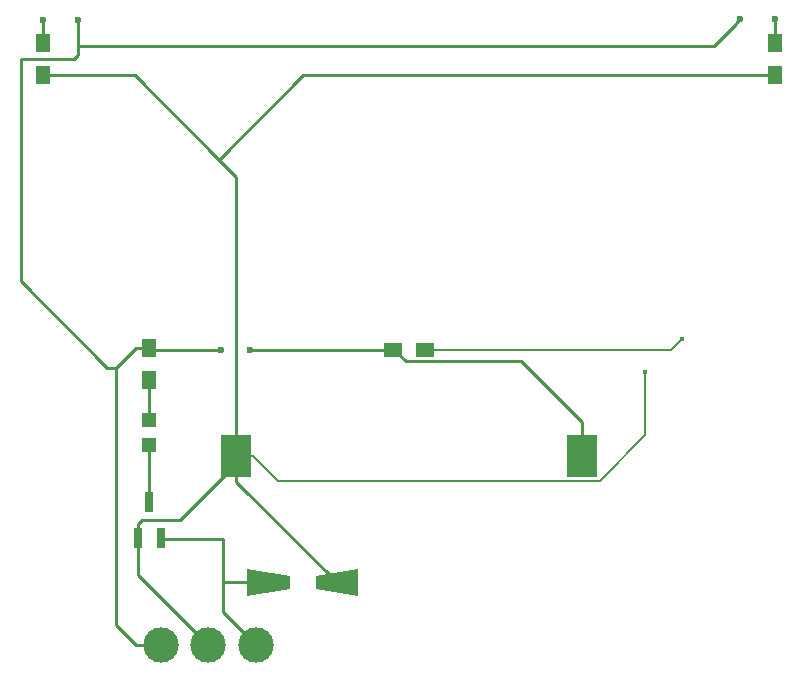
<source format=gbl>
G04 #@! TF.FileFunction,Copper,L2,Bot,Signal*
%FSLAX46Y46*%
G04 Gerber Fmt 4.6, Leading zero omitted, Abs format (unit mm)*
G04 Created by KiCad (PCBNEW 4.0.3+e1-6302~38~ubuntu16.04.1-stable) date Sat Aug 27 12:55:36 2016*
%MOMM*%
%LPD*%
G01*
G04 APERTURE LIST*
%ADD10C,0.100000*%
%ADD11R,2.600000X3.600000*%
%ADD12R,1.500000X1.300000*%
%ADD13R,1.198880X1.198880*%
%ADD14C,3.000000*%
%ADD15R,0.800100X1.800860*%
%ADD16R,1.300000X1.500000*%
%ADD17C,0.440000*%
%ADD18C,0.600000*%
%ADD19C,0.154000*%
%ADD20C,0.250000*%
G04 APERTURE END LIST*
D10*
D11*
X177650000Y-116000000D03*
X148350000Y-116000000D03*
D12*
X164350000Y-107000000D03*
X161650000Y-107000000D03*
D10*
G36*
X149298460Y-127849350D02*
X149298460Y-125550650D01*
X152900180Y-126150090D01*
X152900180Y-127249910D01*
X149298460Y-127849350D01*
X149298460Y-127849350D01*
G37*
G36*
X158701540Y-125550650D02*
X158701540Y-127849350D01*
X155099820Y-127249910D01*
X155099820Y-126150090D01*
X158701540Y-125550650D01*
X158701540Y-125550650D01*
G37*
D13*
X141000000Y-112950980D03*
X141000000Y-115049020D03*
D14*
X150000000Y-132000000D03*
X146000000Y-132000000D03*
X142000000Y-132000000D03*
D15*
X141950000Y-122901140D03*
X140050000Y-122901140D03*
X141000000Y-119898860D03*
D16*
X141000000Y-106850000D03*
X141000000Y-109550000D03*
X132000000Y-83750000D03*
X132000000Y-81050000D03*
X194000000Y-83750000D03*
X194000000Y-81050000D03*
D17*
X186100000Y-106100000D03*
D18*
X147100000Y-107000000D03*
X149500000Y-107000000D03*
X191000000Y-79000000D03*
X135000000Y-79100000D03*
D17*
X183000000Y-108900000D03*
D18*
X132000000Y-79100000D03*
X194000000Y-79000000D03*
D19*
X186100000Y-106100000D02*
X185200000Y-107000000D01*
X185200000Y-107000000D02*
X185100000Y-107000000D01*
X185100000Y-107000000D02*
X164350000Y-107000000D01*
D20*
X172700000Y-108200000D02*
X172475001Y-107975001D01*
X172475001Y-107975001D02*
X162725001Y-107975001D01*
X162725001Y-107975001D02*
X161750000Y-107000000D01*
X161750000Y-107000000D02*
X161650000Y-107000000D01*
X177650000Y-113150000D02*
X172700000Y-108200000D01*
X177650000Y-113950000D02*
X177650000Y-113150000D01*
X147100000Y-107000000D02*
X141150000Y-107000000D01*
X141150000Y-107000000D02*
X141000000Y-106850000D01*
X161650000Y-107000000D02*
X149500000Y-107000000D01*
X191000000Y-79000000D02*
X190700001Y-79299999D01*
X190700001Y-79299999D02*
X190700001Y-79399999D01*
X190700001Y-79399999D02*
X188800000Y-81300000D01*
X188800000Y-81300000D02*
X135000000Y-81300000D01*
X135000000Y-81300000D02*
X135000000Y-82000000D01*
X135000000Y-79100000D02*
X135000000Y-81300000D01*
X135000000Y-82000000D02*
X134600000Y-82400000D01*
X134600000Y-82400000D02*
X130100000Y-82400000D01*
X130100000Y-82400000D02*
X130100000Y-101200000D01*
X130100000Y-101200000D02*
X137400000Y-108500000D01*
X137400000Y-108500000D02*
X138200000Y-108500000D01*
X138200000Y-108500000D02*
X139850000Y-106850000D01*
X139850000Y-106850000D02*
X141000000Y-106850000D01*
X138200000Y-130321320D02*
X138200000Y-108500000D01*
X142000000Y-132000000D02*
X139878680Y-132000000D01*
X139878680Y-132000000D02*
X138200000Y-130321320D01*
X177650000Y-116000000D02*
X177650000Y-113950000D01*
D19*
X183000000Y-108900000D02*
X183000000Y-114248602D01*
X183000000Y-114248602D02*
X179171601Y-118077001D01*
X179171601Y-118077001D02*
X151881001Y-118077001D01*
X151881001Y-118077001D02*
X149804000Y-116000000D01*
X149804000Y-116000000D02*
X148350000Y-116000000D01*
D20*
X148350000Y-116000000D02*
X148350000Y-118149320D01*
X148350000Y-118149320D02*
X156900680Y-126700000D01*
X146900000Y-90900000D02*
X148350000Y-92350000D01*
X139750000Y-83750000D02*
X146900000Y-90900000D01*
X146900000Y-90900000D02*
X154050000Y-83750000D01*
X154050000Y-83750000D02*
X194000000Y-83750000D01*
X132000000Y-83750000D02*
X139750000Y-83750000D01*
X148350000Y-92350000D02*
X148350000Y-116000000D01*
X140050000Y-122901140D02*
X140050000Y-126050000D01*
X140050000Y-126050000D02*
X140200000Y-126200000D01*
X140200000Y-126200000D02*
X146000000Y-132000000D01*
X140050000Y-122901140D02*
X140050000Y-121750710D01*
X140050000Y-121750710D02*
X140400710Y-121400000D01*
X140400710Y-121400000D02*
X143600000Y-121400000D01*
X143600000Y-121400000D02*
X148350000Y-116650000D01*
X148350000Y-116650000D02*
X148350000Y-116000000D01*
X147200000Y-123950310D02*
X147200000Y-126700000D01*
X147200000Y-126700000D02*
X147200000Y-126800000D01*
X151099320Y-126700000D02*
X149198460Y-126700000D01*
X149198460Y-126700000D02*
X147200000Y-126700000D01*
X147200000Y-126800000D02*
X147200000Y-129200000D01*
X147199320Y-123000000D02*
X142048860Y-123000000D01*
X142048860Y-123000000D02*
X141950000Y-122901140D01*
X147199320Y-123000000D02*
X147199320Y-123949630D01*
X147199320Y-123949630D02*
X147200000Y-123950310D01*
X147200000Y-129200000D02*
X150000000Y-132000000D01*
X141000000Y-112950980D02*
X141000000Y-109550000D01*
X141000000Y-119898860D02*
X141000000Y-118748430D01*
X141000000Y-118748430D02*
X141000000Y-115049020D01*
X132000000Y-81050000D02*
X132000000Y-79100000D01*
X194000000Y-79000000D02*
X194000000Y-81050000D01*
M02*

</source>
